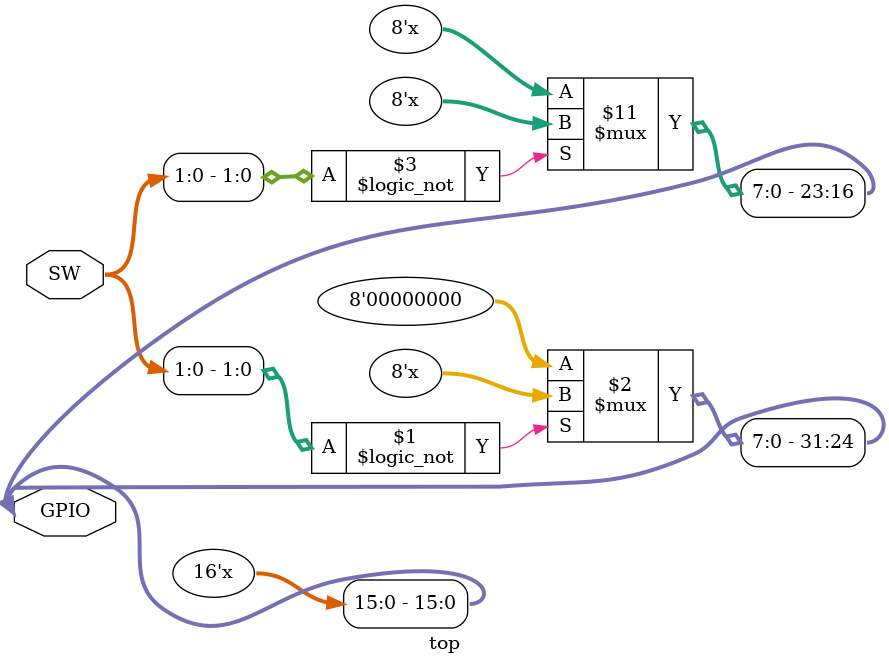
<source format=v>
`timescale 1ns / 1ps
`default_nettype none

module top (
	input wire [9:0] SW,            // On-board Switches
    inout wire [31:0] GPIO			// On-board 40-pin header
);    

assign GPIO[31:24] = (SW[1:0] == 2'h0) ? GPIO[15: 8] : 8'h00;
assign GPIO[23:16] = (SW[1:0] == 2'h0) ? GPIO[ 7: 0] : 
                     (SW[1:0] == 2'h1) ? GPIO[15: 8] | GPIO[ 7: 0] : 
                     (SW[1:0] == 2'h2) ? GPIO[15: 8] & GPIO[ 7: 0] : 
                                         GPIO[15: 8] ^ GPIO[ 7: 0];
assign GPIO[15: 0] = 16'hZZZZ;

endmodule


</source>
